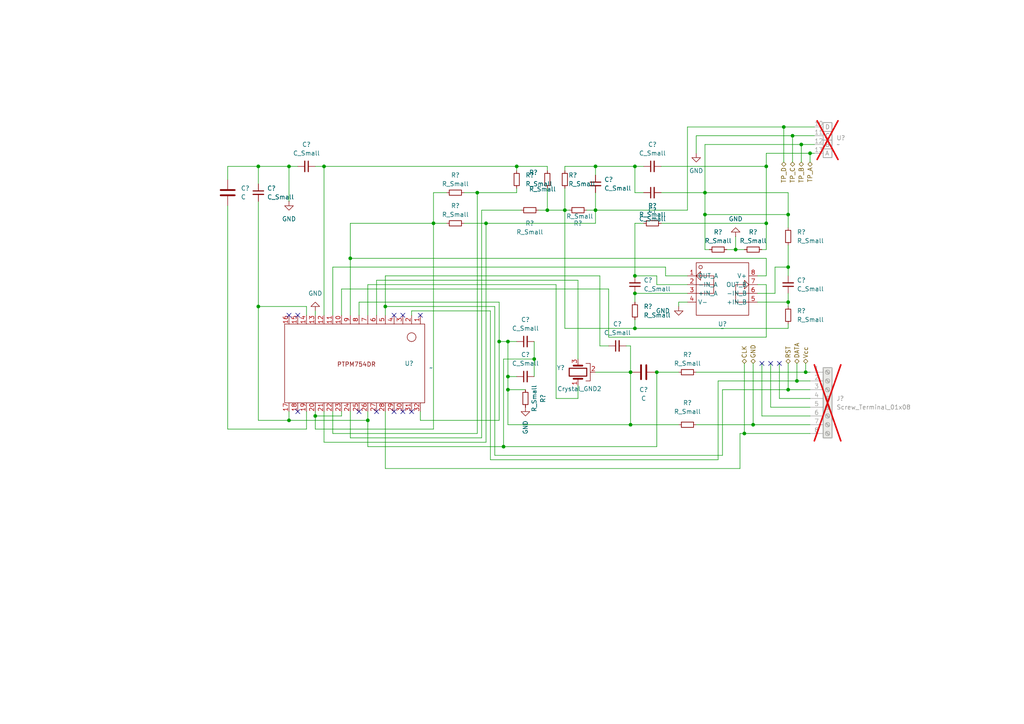
<source format=kicad_sch>
(kicad_sch (version 20250114) (generator "eeschema") (generator_version "9.0")
  (paper "A4")
  (lib_symbols
    (symbol "Connector:Screw_Terminal_01x08" (pin_names (offset 1.016) (hide yes))
      (property "Reference" "J" (at 0 10.16 0))
      (property "Value" "Screw_Terminal_01x08" (at 0 -12.7 0))
      (symbol "Screw_Terminal_01x08_1_1"
        (rectangle (start -1.27 8.89) (end 1.27 -11.43) (stroke (width 0.254)) (fill (type background)))
        (polyline (pts (xy -0.5334 7.9502) (xy 0.3302 7.112)) (stroke (width 0.1524)))
        (polyline (pts (xy -0.5334 5.4102) (xy 0.3302 4.572)) (stroke (width 0.1524)))
        (polyline (pts (xy -0.5334 2.8702) (xy 0.3302 2.032)) (stroke (width 0.1524)))
        (polyline (pts (xy -0.5334 0.3302) (xy 0.3302 -0.508)) (stroke (width 0.1524)))
        (polyline (pts (xy -0.5334 -2.2098) (xy 0.3302 -3.048)) (stroke (width 0.1524)))
        (polyline (pts (xy -0.5334 -4.7498) (xy 0.3302 -5.588)) (stroke (width 0.1524)))
        (polyline (pts (xy -0.5334 -7.2898) (xy 0.3302 -8.128)) (stroke (width 0.1524)))
        (polyline (pts (xy -0.5334 -9.8298) (xy 0.3302 -10.668)) (stroke (width 0.1524)))
        (polyline (pts (xy -0.3556 8.128) (xy 0.508 7.2898)) (stroke (width 0.1524)))
        (polyline (pts (xy -0.3556 5.588) (xy 0.508 4.7498)) (stroke (width 0.1524)))
        (polyline (pts (xy -0.3556 3.048) (xy 0.508 2.2098)) (stroke (width 0.1524)))
        (polyline (pts (xy -0.3556 0.508) (xy 0.508 -0.3302)) (stroke (width 0.1524)))
        (polyline (pts (xy -0.3556 -2.032) (xy 0.508 -2.8702)) (stroke (width 0.1524)))
        (polyline (pts (xy -0.3556 -4.572) (xy 0.508 -5.4102)) (stroke (width 0.1524)))
        (polyline (pts (xy -0.3556 -7.112) (xy 0.508 -7.9502)) (stroke (width 0.1524)))
        (polyline (pts (xy -0.3556 -9.652) (xy 0.508 -10.4902)) (stroke (width 0.1524)))
        (circle (center 0 7.62) (radius 0.635) (stroke (width 0.1524)))
        (circle (center 0 5.08) (radius 0.635) (stroke (width 0.1524)))
        (circle (center 0 2.54) (radius 0.635) (stroke (width 0.1524)))
        (circle (center 0 0) (radius 0.635) (stroke (width 0.1524)))
        (circle (center 0 -2.54) (radius 0.635) (stroke (width 0.1524)))
        (circle (center 0 -5.08) (radius 0.635) (stroke (width 0.1524)))
        (circle (center 0 -7.62) (radius 0.635) (stroke (width 0.1524)))
        (circle (center 0 -10.16) (radius 0.635) (stroke (width 0.1524)))
        (pin passive line (at -5.08 7.62 0) (length 3.81) (name "Pin_1") (number "1"))
        (pin passive line (at -5.08 5.08 0) (length 3.81) (name "Pin_2") (number "2"))
        (pin passive line (at -5.08 2.54 0) (length 3.81) (name "Pin_3") (number "3"))
        (pin passive line (at -5.08 0 0) (length 3.81) (name "Pin_4") (number "4"))
        (pin passive line (at -5.08 -2.54 0) (length 3.81) (name "Pin_5") (number "5"))
        (pin passive line (at -5.08 -5.08 0) (length 3.81) (name "Pin_6") (number "6"))
        (pin passive line (at -5.08 -7.62 0) (length 3.81) (name "Pin_7") (number "7"))
        (pin passive line (at -5.08 -10.16 0) (length 3.81) (name "Pin_8") (number "8"))
      )
    )
    (symbol "Device:C" (pin_numbers (hide yes)) (pin_names (offset 0.254))
      (property "Reference" "C" (at 0.635 2.54 0))
      (property "Value" "C" (at 0.635 -2.54 0))
      (symbol "C_0_1"
        (polyline (pts (xy -2.032 0.762) (xy 2.032 0.762)) (stroke (width 0.508)))
        (polyline (pts (xy -2.032 -0.762) (xy 2.032 -0.762)) (stroke (width 0.508)))
      )
      (symbol "C_1_1"
        (pin passive line (at 0 3.81 270) (length 2.794) (name "~") (number "1"))
        (pin passive line (at 0 -3.81 90) (length 2.794) (name "~") (number "2"))
      )
    )
    (symbol "Device:C_Small" (pin_numbers (hide yes)) (pin_names (offset 0.254) (hide yes))
      (property "Reference" "C" (at 0.254 1.778 0))
      (property "Value" "C_Small" (at 0.254 -2.032 0))
      (symbol "C_Small_0_1"
        (polyline (pts (xy -1.524 0.508) (xy 1.524 0.508)) (stroke (width 0.3048)))
        (polyline (pts (xy -1.524 -0.508) (xy 1.524 -0.508)) (stroke (width 0.3302)))
      )
      (symbol "C_Small_1_1"
        (pin passive line (at 0 2.54 270) (length 2.032) (name "~") (number "1"))
        (pin passive line (at 0 -2.54 90) (length 2.032) (name "~") (number "2"))
      )
    )
    (symbol "Device:Crystal_GND2" (pin_names (offset 1.016) (hide yes))
      (property "Reference" "Y" (at 0 5.715 0))
      (property "Value" "Crystal_GND2" (at 0 3.81 0))
      (symbol "Crystal_GND2_0_1"
        (polyline (pts (xy -2.54 0) (xy -1.905 0)))
        (polyline (pts (xy -2.54 -2.286) (xy -2.54 -3.556) (xy 2.54 -3.556) (xy 2.54 -2.286)))
        (polyline (pts (xy -1.905 -1.27) (xy -1.905 1.27)) (stroke (width 0.508)))
        (rectangle (start -1.143 2.54) (end 1.143 -2.54) (stroke (width 0.3048)))
        (polyline (pts (xy 0 -3.81) (xy 0 -3.556)))
        (polyline (pts (xy 1.905 1.27) (xy 1.905 -1.27)) (stroke (width 0.508)))
        (polyline (pts (xy 1.905 0) (xy 2.54 0)))
      )
      (symbol "Crystal_GND2_1_1"
        (pin passive line (at -3.81 0 0) (length 1.27) (name "1") (number "1"))
        (pin passive line (at 0 -5.08 90) (length 1.27) (name "2") (number "2"))
        (pin passive line (at 3.81 0 180) (length 1.27) (name "3") (number "3"))
      )
    )
    (symbol "Device:R_Small" (pin_numbers (hide yes)) (pin_names (offset 0.254) (hide yes))
      (property "Reference" "R" (at 0.762 0.508 0))
      (property "Value" "R_Small" (at 0.762 -1.016 0))
      (symbol "R_Small_0_1"
        (rectangle (start -0.762 1.778) (end 0.762 -1.778) (stroke (width 0.2032)))
      )
      (symbol "R_Small_1_1"
        (pin passive line (at 0 2.54 270) (length 0.762) (name "~") (number "1"))
        (pin passive line (at 0 -2.54 90) (length 0.762) (name "~") (number "2"))
      )
    )
    (symbol "Trackpoint:Connector"
      (property "Reference" "U" (at -7.112 0 0))
      (symbol "Connector_0_1"
        (rectangle (start -5.08 1.27) (end 5.08 -1.27))
        (rectangle (start -2.54 1.27) (end 0 -1.27))
        (rectangle (start -2.54 -1.27) (end -5.08 1.27))
        (rectangle (start 0 1.27) (end 2.54 -1.27))
        (rectangle (start 2.54 1.27) (end 5.08 -1.27))
      )
      (symbol "Connector_1_1"
        (pin bidirectional line (at -3.81 -3.81 90) (length 2.54) (name "D") (number "10"))
        (pin bidirectional line (at -1.27 -3.81 90) (length 2.54) (name "C") (number "11"))
        (pin bidirectional line (at 1.27 -3.81 90) (length 2.54) (name "B") (number "12"))
        (pin bidirectional line (at 3.81 -3.81 90) (length 2.54) (name "A") (number "13"))
      )
    )
    (symbol "Trackpoint:LMC6032"
      (property "Reference" "U" (at 0 -1.524 0))
      (symbol "LMC6032_0_1"
        (rectangle (start -7.62 11.43) (end 7.62 -3.81))
        (polyline (pts (xy -7.62 5.08) (xy -3.81 5.08) (xy -2.54 5.08) (xy -2.54 7.62) (xy -7.62 7.62) (xy -6.35 8.89) (xy -6.35 6.35) (xy -7.62 7.62)))
        (polyline (pts (xy -7.62 2.54) (xy -2.54 2.54) (xy -2.54 5.08)))
        (circle (center -6.35 10.16) (radius 0.5))
        (polyline (pts (xy 7.62 5.08) (xy 6.35 6.35) (xy 6.35 3.81) (xy 7.62 5.08)))
        (polyline (pts (xy 7.62 2.54) (xy 3.81 2.54) (xy 3.81 5.08) (xy 6.35 5.08)))
        (polyline (pts (xy 7.62 0) (xy 3.81 0) (xy 3.81 2.54)))
      )
      (symbol "LMC6032_1_1"
        (pin output line (at -10.16 7.62 0) (length 2.54) (name "OUT_A") (number "1"))
        (pin input line (at -10.16 5.08 0) (length 2.54) (name "-IN_A") (number "2"))
        (pin input line (at -10.16 2.54 0) (length 2.54) (name "+IN_A") (number "3"))
        (pin power_in line (at -10.16 0 0) (length 2.54) (name "V-") (number "4"))
        (pin power_in line (at 10.16 7.62 180) (length 2.54) (name "V+") (number "8"))
        (pin output line (at 10.16 5.08 180) (length 2.54) (name "OUT_B") (number "7"))
        (pin input line (at 10.16 2.54 180) (length 2.54) (name "-IN_B") (number "6"))
        (pin input line (at 10.16 0 180) (length 2.54) (name "+IN_B") (number "5"))
      )
    )
    (symbol "Trackpoint:PTPM754DR"
      (property "Reference" "U" (at 0 -2.286 0))
      (symbol "PTPM754DR_0_1"
        (rectangle (start -20.32 11.43) (end 20.32 -11.43))
        (arc (start 15.24 7.62) (mid 15.612 8.518) (end 16.51 8.89))
        (arc (start 16.51 8.89) (mid 17.408 8.518) (end 17.78 7.62))
        (arc (start 16.51 6.35) (mid 15.612 6.722) (end 15.24 7.62))
        (arc (start 17.78 7.62) (mid 17.408 6.722) (end 16.51 6.35))
      )
      (symbol "PTPM754DR_1_1"
        (text "PTPM754DR" (at 0.508 -0.254 0) (effects (font (size 1.27 1.27))))
        (pin bidirectional line (at -19.05 13.97 270) (length 2.54) (name "") (number "16"))
        (pin bidirectional line (at -19.05 -13.97 90) (length 2.54) (name "") (number "17"))
        (pin bidirectional line (at -16.51 13.97 270) (length 2.54) (name "") (number "15"))
        (pin bidirectional line (at -16.51 -13.97 90) (length 2.54) (name "") (number "18"))
        (pin bidirectional line (at -13.97 13.97 270) (length 2.54) (name "") (number "14"))
        (pin bidirectional line (at -13.97 -13.97 90) (length 2.54) (name "") (number "19"))
        (pin bidirectional line (at -11.43 13.97 270) (length 2.54) (name "") (number "13"))
        (pin bidirectional line (at -11.43 -13.97 90) (length 2.54) (name "") (number "20"))
        (pin bidirectional line (at -8.89 13.97 270) (length 2.54) (name "") (number "12"))
        (pin bidirectional line (at -8.89 -13.97 90) (length 2.54) (name "") (number "21"))
        (pin bidirectional line (at -6.35 13.97 270) (length 2.54) (name "") (number "11"))
        (pin bidirectional line (at -6.35 -13.97 90) (length 2.54) (name "") (number "22"))
        (pin bidirectional line (at -3.81 13.97 270) (length 2.54) (name "") (number "10"))
        (pin bidirectional line (at -3.81 -13.97 90) (length 2.54) (name "") (number "23"))
        (pin bidirectional line (at -1.27 13.97 270) (length 2.54) (name "") (number "9"))
        (pin bidirectional line (at -1.27 -13.97 90) (length 2.54) (name "") (number "24"))
        (pin bidirectional line (at 1.27 13.97 270) (length 2.54) (name "") (number "8"))
        (pin bidirectional line (at 1.27 -13.97 90) (length 2.54) (name "") (number "25"))
        (pin bidirectional line (at 3.81 13.97 270) (length 2.54) (name "") (number "7"))
        (pin bidirectional line (at 3.81 -13.97 90) (length 2.54) (name "") (number "26"))
        (pin bidirectional line (at 6.35 13.97 270) (length 2.54) (name "") (number "6"))
        (pin bidirectional line (at 6.35 -13.97 90) (length 2.54) (name "") (number "27"))
        (pin bidirectional line (at 8.89 13.97 270) (length 2.54) (name "") (number "5"))
        (pin bidirectional line (at 8.89 -13.97 90) (length 2.54) (name "") (number "28"))
        (pin bidirectional line (at 11.43 13.97 270) (length 2.54) (name "") (number "4"))
        (pin bidirectional line (at 11.43 -13.97 90) (length 2.54) (name "") (number "29"))
        (pin bidirectional line (at 13.97 13.97 270) (length 2.54) (name "") (number "3"))
        (pin bidirectional line (at 13.97 -13.97 90) (length 2.54) (name "") (number "30"))
        (pin bidirectional line (at 16.51 13.97 270) (length 2.54) (name "") (number "2"))
        (pin bidirectional line (at 16.51 -13.97 90) (length 2.54) (name "") (number "31"))
        (pin bidirectional line (at 19.05 13.97 270) (length 2.54) (name "") (number "1"))
        (pin bidirectional line (at 19.05 -13.97 90) (length 2.54) (name "") (number "32"))
      )
    )
    (symbol "power:GND" (power) (pin_numbers (hide yes)) (pin_names (offset 0) (hide yes))
      (property "Value" "GND" (at 0 -3.81 0))
      (symbol "GND_0_1"
        (polyline (pts (xy 0 0) (xy 0 -1.27) (xy 1.27 -1.27) (xy 0 -2.54) (xy -1.27 -1.27) (xy 0 -1.27)))
      )
      (symbol "GND_1_1"
        (pin power_in line (at 0 0 270) (length 0) (name "~") (number "1"))
      )
    )
  )
  (junction (at 222.25 48.26))
  (junction (at 149.86 48.26))
  (junction (at 83.82 121.92))
  (junction (at 228.6 62.23))
  (junction (at 83.82 48.26))
  (junction (at 144.78 99.06))
  (junction (at 158.75 60.96))
  (junction (at 111.76 88.9))
  (junction (at 184.15 80.01))
  (junction (at 93.98 48.26))
  (junction (at 140.97 64.77))
  (junction (at 147.32 99.06))
  (junction (at 101.6 74.93))
  (junction (at 182.88 107.95))
  (junction (at 184.15 48.26))
  (junction (at 74.93 48.26))
  (junction (at 154.94 104.14))
  (junction (at 163.83 60.96))
  (junction (at 147.32 113.03))
  (junction (at 184.15 85.09))
  (junction (at 190.5 107.95))
  (junction (at 74.93 88.9))
  (junction (at 233.68 107.95))
  (junction (at 204.47 62.23))
  (junction (at 125.73 64.77))
  (junction (at 91.44 120.65))
  (junction (at 228.6 77.47))
  (junction (at 184.15 95.25))
  (junction (at 172.72 60.96))
  (junction (at 172.72 48.26))
  (junction (at 106.68 121.92))
  (junction (at 229.87 39.37))
  (junction (at 228.6 113.03))
  (junction (at 182.88 123.19))
  (junction (at 228.6 87.63))
  (junction (at 222.25 64.77))
  (junction (at 234.95 44.45))
  (junction (at 213.36 72.39))
  (junction (at 215.9 125.73))
  (junction (at 147.32 109.22))
  (junction (at 232.41 41.91))
  (junction (at 146.05 129.54))
  (junction (at 218.44 123.19))
  (junction (at 138.43 55.88))
  (junction (at 204.47 55.88))
  (junction (at 231.14 110.49))
  (junction (at 227.33 36.83))
  (no_connect (at 119.38 119.38))
  (no_connect (at 109.22 119.38))
  (no_connect (at 116.84 91.44))
  (no_connect (at 220.98 105.41))
  (no_connect (at 116.84 119.38))
  (no_connect (at 121.92 91.44))
  (no_connect (at 86.36 119.38))
  (no_connect (at 83.82 91.44))
  (no_connect (at 223.52 105.41))
  (no_connect (at 104.14 119.38))
  (no_connect (at 226.06 105.41))
  (no_connect (at 114.3 119.38))
  (no_connect (at 114.3 91.44))
  (no_connect (at 86.36 91.44))
  (wire (pts (xy 149.86 99.06) (xy 147.32 99.06)))
  (wire (pts (xy 146.05 129.54) (xy 146.05 104.14)))
  (wire (pts (xy 172.72 55.88) (xy 172.72 60.96)))
  (wire (pts (xy 101.6 127) (xy 139.7 127)))
  (wire (pts (xy 172.72 107.95) (xy 182.88 107.95)))
  (wire (pts (xy 201.93 123.19) (xy 218.44 123.19)))
  (wire (pts (xy 129.54 64.77) (xy 125.73 64.77)))
  (wire (pts (xy 147.32 113.03) (xy 147.32 123.19)))
  (wire (pts (xy 229.87 39.37) (xy 236.22 39.37)))
  (wire (pts (xy 147.32 123.19) (xy 182.88 123.19)))
  (wire (pts (xy 66.04 48.26) (xy 66.04 52.07)))
  (wire (pts (xy 182.88 107.95) (xy 182.88 123.19)))
  (wire (pts (xy 143.51 88.9) (xy 143.51 132.08)))
  (wire (pts (xy 199.39 36.83) (xy 227.33 36.83)))
  (wire (pts (xy 228.6 55.88) (xy 228.6 62.23)))
  (wire (pts (xy 154.94 99.06) (xy 154.94 104.14)))
  (wire (pts (xy 220.98 105.41) (xy 220.98 120.65)))
  (wire (pts (xy 93.98 119.38) (xy 93.98 128.27)))
  (wire (pts (xy 104.14 91.44) (xy 104.14 87.63)))
  (wire (pts (xy 146.05 104.14) (xy 154.94 104.14)))
  (wire (pts (xy 165.1 60.96) (xy 163.83 60.96)))
  (wire (pts (xy 215.9 125.73) (xy 234.95 125.73)))
  (wire (pts (xy 199.39 36.83) (xy 199.39 60.96)))
  (wire (pts (xy 222.25 80.01) (xy 219.71 80.01)))
  (wire (pts (xy 149.86 55.88) (xy 149.86 54.61)))
  (wire (pts (xy 226.06 105.41) (xy 226.06 115.57)))
  (wire (pts (xy 152.4 113.03) (xy 147.32 113.03)))
  (wire (pts (xy 167.64 115.57) (xy 167.64 111.76)))
  (wire (pts (xy 140.97 64.77) (xy 140.97 128.27)))
  (wire (pts (xy 204.47 72.39) (xy 205.74 72.39)))
  (wire (pts (xy 104.14 87.63) (xy 144.78 87.63)))
  (wire (pts (xy 147.32 109.22) (xy 147.32 113.03)))
  (wire (pts (xy 184.15 87.63) (xy 184.15 85.09)))
  (wire (pts (xy 158.75 49.53) (xy 158.75 48.26)))
  (wire (pts (xy 201.93 39.37) (xy 229.87 39.37)))
  (wire (pts (xy 228.6 88.9) (xy 228.6 87.63)))
  (wire (pts (xy 234.95 115.57) (xy 226.06 115.57)))
  (wire (pts (xy 101.6 91.44) (xy 101.6 74.93)))
  (wire (pts (xy 74.93 48.26) (xy 83.82 48.26)))
  (wire (pts (xy 167.64 81.28) (xy 109.22 81.28)))
  (wire (pts (xy 218.44 123.19) (xy 234.95 123.19)))
  (wire (pts (xy 184.15 92.71) (xy 184.15 95.25)))
  (wire (pts (xy 144.78 99.06) (xy 144.78 121.92)))
  (wire (pts (xy 158.75 48.26) (xy 149.86 48.26)))
  (wire (pts (xy 163.83 48.26) (xy 172.72 48.26)))
  (wire (pts (xy 220.98 120.65) (xy 234.95 120.65)))
  (wire (pts (xy 147.32 99.06) (xy 147.32 109.22)))
  (wire (pts (xy 99.06 120.65) (xy 99.06 119.38)))
  (wire (pts (xy 184.15 55.88) (xy 184.15 48.26)))
  (wire (pts (xy 204.47 72.39) (xy 204.47 62.23)))
  (wire (pts (xy 172.72 60.96) (xy 170.18 60.96)))
  (wire (pts (xy 101.6 74.93) (xy 222.25 74.93)))
  (wire (pts (xy 204.47 41.91) (xy 232.41 41.91)))
  (wire (pts (xy 228.6 95.25) (xy 228.6 93.98)))
  (wire (pts (xy 222.25 97.79) (xy 222.25 82.55)))
  (wire (pts (xy 193.04 80.01) (xy 199.39 80.01)))
  (wire (pts (xy 96.52 77.47) (xy 193.04 77.47)))
  (wire (pts (xy 88.9 119.38) (xy 88.9 124.46)))
  (wire (pts (xy 232.41 41.91) (xy 236.22 41.91)))
  (wire (pts (xy 190.5 82.55) (xy 199.39 82.55)))
  (wire (pts (xy 125.73 64.77) (xy 125.73 124.46)))
  (wire (pts (xy 209.55 113.03) (xy 228.6 113.03)))
  (wire (pts (xy 214.63 125.73) (xy 215.9 125.73)))
  (wire (pts (xy 204.47 62.23) (xy 204.47 55.88)))
  (wire (pts (xy 88.9 124.46) (xy 66.04 124.46)))
  (wire (pts (xy 91.44 124.46) (xy 125.73 124.46)))
  (wire (pts (xy 93.98 48.26) (xy 93.98 91.44)))
  (wire (pts (xy 158.75 54.61) (xy 158.75 60.96)))
  (wire (pts (xy 134.62 64.77) (xy 140.97 64.77)))
  (wire (pts (xy 234.95 107.95) (xy 233.68 107.95)))
  (wire (pts (xy 74.93 58.42) (xy 74.93 88.9)))
  (wire (pts (xy 232.41 41.91) (xy 232.41 46.99)))
  (wire (pts (xy 167.64 81.28) (xy 167.64 104.14)))
  (wire (pts (xy 111.76 80.01) (xy 111.76 88.9)))
  (wire (pts (xy 234.95 44.45) (xy 236.22 44.45)))
  (wire (pts (xy 129.54 55.88) (xy 125.73 55.88)))
  (wire (pts (xy 88.9 88.9) (xy 88.9 91.44)))
  (wire (pts (xy 172.72 48.26) (xy 184.15 48.26)))
  (wire (pts (xy 172.72 60.96) (xy 199.39 60.96)))
  (wire (pts (xy 196.85 87.63) (xy 199.39 87.63)))
  (wire (pts (xy 229.87 39.37) (xy 229.87 46.99)))
  (wire (pts (xy 173.99 80.01) (xy 111.76 80.01)))
  (wire (pts (xy 204.47 62.23) (xy 228.6 62.23)))
  (wire (pts (xy 91.44 120.65) (xy 91.44 124.46)))
  (wire (pts (xy 173.99 100.33) (xy 173.99 80.01)))
  (wire (pts (xy 224.79 77.47) (xy 228.6 77.47)))
  (wire (pts (xy 213.36 72.39) (xy 215.9 72.39)))
  (wire (pts (xy 146.05 129.54) (xy 190.5 129.54)))
  (wire (pts (xy 233.68 105.41) (xy 233.68 107.95)))
  (wire (pts (xy 106.68 119.38) (xy 106.68 121.92)))
  (wire (pts (xy 121.92 121.92) (xy 144.78 121.92)))
  (wire (pts (xy 234.95 44.45) (xy 234.95 46.99)))
  (wire (pts (xy 176.53 100.33) (xy 173.99 100.33)))
  (wire (pts (xy 196.85 88.9) (xy 196.85 87.63)))
  (wire (pts (xy 222.25 64.77) (xy 222.25 72.39)))
  (wire (pts (xy 182.88 107.95) (xy 182.88 100.33)))
  (wire (pts (xy 222.25 74.93) (xy 222.25 80.01)))
  (wire (pts (xy 106.68 82.55) (xy 106.68 91.44)))
  (wire (pts (xy 91.44 48.26) (xy 93.98 48.26)))
  (wire (pts (xy 172.72 48.26) (xy 172.72 50.8)))
  (wire (pts (xy 184.15 85.09) (xy 199.39 85.09)))
  (wire (pts (xy 227.33 36.83) (xy 236.22 36.83)))
  (wire (pts (xy 96.52 91.44) (xy 96.52 77.47)))
  (wire (pts (xy 176.53 83.82) (xy 176.53 97.79)))
  (wire (pts (xy 191.77 64.77) (xy 222.25 64.77)))
  (wire (pts (xy 184.15 80.01) (xy 190.5 80.01)))
  (wire (pts (xy 93.98 128.27) (xy 140.97 128.27)))
  (wire (pts (xy 138.43 55.88) (xy 138.43 125.73)))
  (wire (pts (xy 172.72 60.96) (xy 172.72 64.77)))
  (wire (pts (xy 190.5 107.95) (xy 196.85 107.95)))
  (wire (pts (xy 163.83 48.26) (xy 163.83 49.53)))
  (wire (pts (xy 181.61 100.33) (xy 182.88 100.33)))
  (wire (pts (xy 219.71 87.63) (xy 228.6 87.63)))
  (wire (pts (xy 161.29 82.55) (xy 161.29 115.57)))
  (wire (pts (xy 109.22 81.28) (xy 109.22 91.44)))
  (wire (pts (xy 228.6 85.09) (xy 228.6 87.63)))
  (wire (pts (xy 96.52 119.38) (xy 96.52 125.73)))
  (wire (pts (xy 83.82 48.26) (xy 86.36 48.26)))
  (wire (pts (xy 186.69 48.26) (xy 184.15 48.26)))
  (wire (pts (xy 111.76 135.89) (xy 214.63 135.89)))
  (wire (pts (xy 223.52 105.41) (xy 223.52 118.11)))
  (wire (pts (xy 224.79 85.09) (xy 224.79 77.47)))
  (wire (pts (xy 193.04 77.47) (xy 193.04 80.01)))
  (wire (pts (xy 140.97 64.77) (xy 172.72 64.77)))
  (wire (pts (xy 218.44 105.41) (xy 218.44 123.19)))
  (wire (pts (xy 176.53 97.79) (xy 222.25 97.79)))
  (wire (pts (xy 74.93 48.26) (xy 74.93 53.34)))
  (wire (pts (xy 74.93 88.9) (xy 74.93 121.92)))
  (wire (pts (xy 106.68 121.92) (xy 106.68 129.54)))
  (wire (pts (xy 144.78 87.63) (xy 144.78 99.06)))
  (wire (pts (xy 83.82 121.92) (xy 106.68 121.92)))
  (wire (pts (xy 222.25 82.55) (xy 219.71 82.55)))
  (wire (pts (xy 233.68 107.95) (xy 201.93 107.95)))
  (wire (pts (xy 74.93 121.92) (xy 83.82 121.92)))
  (wire (pts (xy 222.25 72.39) (xy 220.98 72.39)))
  (wire (pts (xy 121.92 121.92) (xy 121.92 119.38)))
  (wire (pts (xy 214.63 135.89) (xy 214.63 125.73)))
  (wire (pts (xy 111.76 119.38) (xy 111.76 135.89)))
  (wire (pts (xy 144.78 99.06) (xy 147.32 99.06)))
  (wire (pts (xy 190.5 80.01) (xy 190.5 82.55)))
  (wire (pts (xy 154.94 104.14) (xy 154.94 109.22)))
  (wire (pts (xy 91.44 119.38) (xy 91.44 120.65)))
  (wire (pts (xy 111.76 88.9) (xy 143.51 88.9)))
  (wire (pts (xy 184.15 95.25) (xy 228.6 95.25)))
  (wire (pts (xy 209.55 132.08) (xy 209.55 113.03)))
  (wire (pts (xy 99.06 83.82) (xy 176.53 83.82)))
  (wire (pts (xy 161.29 115.57) (xy 167.64 115.57)))
  (wire (pts (xy 119.38 90.17) (xy 142.24 90.17)))
  (wire (pts (xy 231.14 110.49) (xy 234.95 110.49)))
  (wire (pts (xy 219.71 85.09) (xy 224.79 85.09)))
  (wire (pts (xy 163.83 54.61) (xy 163.83 60.96)))
  (wire (pts (xy 228.6 71.12) (xy 228.6 77.47)))
  (wire (pts (xy 149.86 109.22) (xy 147.32 109.22)))
  (wire (pts (xy 139.7 127) (xy 139.7 60.96)))
  (wire (pts (xy 201.93 44.45) (xy 201.93 39.37)))
  (wire (pts (xy 228.6 105.41) (xy 228.6 113.03)))
  (wire (pts (xy 191.77 48.26) (xy 222.25 48.26)))
  (wire (pts (xy 182.88 123.19) (xy 196.85 123.19)))
  (wire (pts (xy 156.21 60.96) (xy 158.75 60.96)))
  (wire (pts (xy 66.04 59.69) (xy 66.04 124.46)))
  (wire (pts (xy 213.36 68.58) (xy 213.36 72.39)))
  (wire (pts (xy 83.82 58.42) (xy 83.82 48.26)))
  (wire (pts (xy 222.25 48.26) (xy 222.25 44.45)))
  (wire (pts (xy 125.73 55.88) (xy 125.73 64.77)))
  (wire (pts (xy 208.28 110.49) (xy 231.14 110.49)))
  (wire (pts (xy 208.28 133.35) (xy 208.28 110.49)))
  (wire (pts (xy 228.6 113.03) (xy 234.95 113.03)))
  (wire (pts (xy 204.47 41.91) (xy 204.47 55.88)))
  (wire (pts (xy 91.44 120.65) (xy 99.06 120.65)))
  (wire (pts (xy 228.6 55.88) (xy 204.47 55.88)))
  (wire (pts (xy 227.33 36.83) (xy 227.33 46.99)))
  (wire (pts (xy 191.77 55.88) (xy 204.47 55.88)))
  (wire (pts (xy 99.06 91.44) (xy 99.06 83.82)))
  (wire (pts (xy 184.15 64.77) (xy 184.15 80.01)))
  (wire (pts (xy 101.6 64.77) (xy 101.6 74.93)))
  (wire (pts (xy 158.75 60.96) (xy 163.83 60.96)))
  (wire (pts (xy 186.69 64.77) (xy 184.15 64.77)))
  (wire (pts (xy 163.83 95.25) (xy 184.15 95.25)))
  (wire (pts (xy 223.52 118.11) (xy 234.95 118.11)))
  (wire (pts (xy 106.68 129.54) (xy 146.05 129.54)))
  (wire (pts (xy 119.38 91.44) (xy 119.38 90.17)))
  (wire (pts (xy 142.24 133.35) (xy 208.28 133.35)))
  (wire (pts (xy 143.51 132.08) (xy 209.55 132.08)))
  (wire (pts (xy 210.82 72.39) (xy 213.36 72.39)))
  (wire (pts (xy 222.25 48.26) (xy 222.25 64.77)))
  (wire (pts (xy 149.86 49.53) (xy 149.86 48.26)))
  (wire (pts (xy 74.93 88.9) (xy 88.9 88.9)))
  (wire (pts (xy 186.69 55.88) (xy 184.15 55.88)))
  (wire (pts (xy 101.6 119.38) (xy 101.6 127)))
  (wire (pts (xy 96.52 125.73) (xy 138.43 125.73)))
  (wire (pts (xy 190.5 107.95) (xy 190.5 129.54)))
  (wire (pts (xy 139.7 60.96) (xy 151.13 60.96)))
  (wire (pts (xy 163.83 60.96) (xy 163.83 95.25)))
  (wire (pts (xy 231.14 105.41) (xy 231.14 110.49)))
  (wire (pts (xy 93.98 48.26) (xy 149.86 48.26)))
  (wire (pts (xy 215.9 105.41) (xy 215.9 125.73)))
  (wire (pts (xy 161.29 82.55) (xy 106.68 82.55)))
  (wire (pts (xy 134.62 55.88) (xy 138.43 55.88)))
  (wire (pts (xy 83.82 119.38) (xy 83.82 121.92)))
  (wire (pts (xy 66.04 48.26) (xy 74.93 48.26)))
  (wire (pts (xy 142.24 90.17) (xy 142.24 133.35)))
  (wire (pts (xy 91.44 90.17) (xy 91.44 91.44)))
  (wire (pts (xy 111.76 91.44) (xy 111.76 88.9)))
  (wire (pts (xy 125.73 64.77) (xy 101.6 64.77)))
  (wire (pts (xy 222.25 44.45) (xy 234.95 44.45)))
  (wire (pts (xy 138.43 55.88) (xy 149.86 55.88)))
  (wire (pts (xy 228.6 80.01) (xy 228.6 77.47)))
  (wire (pts (xy 228.6 66.04) (xy 228.6 62.23)))
  (hierarchical_label "RST" (shape bidirectional) (at 228.6 105.41 90))
  (hierarchical_label "GND" (shape bidirectional) (at 218.44 105.41 90))
  (hierarchical_label "TP_D" (shape bidirectional) (at 227.33 46.99 270))
  (hierarchical_label "CLK" (shape bidirectional) (at 215.9 105.41 90))
  (hierarchical_label "Vcc" (shape bidirectional) (at 233.68 105.41 90))
  (hierarchical_label "TP_A" (shape bidirectional) (at 234.95 46.99 270))
  (hierarchical_label "DATA" (shape bidirectional) (at 231.14 105.41 90))
  (hierarchical_label "TP_C" (shape bidirectional) (at 229.87 46.99 270))
  (hierarchical_label "TP_B" (shape bidirectional) (at 232.41 46.99 270))
  (symbol (lib_id "Device:R_Small") (at 189.23 64.77 270) (unit 1)
    (property "Reference" "R?" (at 189.23 59.69 90))
    (property "Value" "R_Small" (at 189.23 62.23 90))
    (property "Footprint" "Resistor_SMD:R_0402_1005Metric" (effects (hide yes)))
    (property "Description" "Resistor, small symbol" (effects (hide yes)))
  )
  (symbol (lib_id "Device:R_Small") (at 149.86 52.07 180) (unit 1)
    (property "Reference" "R?" (at 152.4 50.7999 0) (effects (justify right)))
    (property "Value" "R_Small" (at 152.4 53.3399 0) (effects (justify right)))
    (property "Footprint" "Resistor_SMD:R_0402_1005Metric" (effects (hide yes)))
    (property "Description" "Resistor, small symbol" (effects (hide yes)))
  )
  (symbol (lib_id "Device:C_Small") (at 88.9 48.26 270) (unit 1)
    (property "Reference" "C?" (at 88.8936 41.91 90))
    (property "Value" "C_Small" (at 88.8936 44.45 90))
    (property "Footprint" "Capacitor_SMD:C_0603_1608Metric" (effects (hide yes)))
    (property "Description" "Unpolarized capacitor, small symbol" (effects (hide yes)))
  )
  (symbol (lib_id "Device:R_Small") (at 218.44 72.39 270) (unit 1)
    (property "Reference" "R?" (at 218.44 67.31 90))
    (property "Value" "R_Small" (at 218.44 69.85 90))
    (property "Footprint" "Resistor_SMD:R_0603_1608Metric" (effects (hide yes)))
    (property "Description" "Resistor, small symbol" (effects (hide yes)))
  )
  (symbol (lib_id "Device:R_Small") (at 158.75 52.07 180) (unit 1)
    (property "Reference" "R?" (at 153.416 50.038 0) (effects (justify right)))
    (property "Value" "R_Small" (at 153.416 54.864 0) (effects (justify right)))
    (property "Footprint" "Resistor_SMD:R_0402_1005Metric" (effects (hide yes)))
    (property "Description" "Resistor, small symbol" (effects (hide yes)))
  )
  (symbol (lib_id "Device:C_Small") (at 189.23 48.26 90) (unit 1)
    (property "Reference" "C?" (at 189.2363 41.91 90))
    (property "Value" "C_Small" (at 189.2363 44.45 90))
    (property "Footprint" "Capacitor_SMD:C_0402_1005Metric" (effects (hide yes)))
    (property "Description" "Unpolarized capacitor, small symbol" (effects (hide yes)))
  )
  (symbol (lib_id "Trackpoint:PTPM754DR") (at 102.87 105.41 0) (unit 1)
    (property "Reference" "U?" (at 117.348 105.41 0) (effects (justify left)))
    (property "Value" "~" (at 124.46 106.68 0) (effects (justify left)))
    (property "Footprint" "Trackpoint:SSOP-32_6.1x11mm_P0.65mm" (effects (hide yes)))
  )
  (symbol (lib_id "Device:R_Small") (at 132.08 64.77 90) (unit 1)
    (property "Reference" "R?" (at 132.08 59.69 90))
    (property "Value" "R_Small" (at 132.08 62.23 90))
    (property "Footprint" "Resistor_SMD:R_0402_1005Metric" (effects (hide yes)))
    (property "Description" "Resistor, small symbol" (effects (hide yes)))
  )
  (symbol (lib_id "power:GND") (at 196.85 88.9 0) (unit 1)
    (property "Reference" "#PWR?" (effects (hide yes)))
    (property "Value" "GND" (at 194.31 90.1699 0) (effects (justify right)))
    (property "Description" "Power symbol creates a global label with name \"GND\" , ground" (effects (hide yes)))
  )
  (symbol (lib_id "Device:R_Small") (at 199.39 123.19 270) (unit 1)
    (property "Reference" "R?" (at 199.39 116.84 90))
    (property "Value" "R_Small" (at 199.39 119.38 90))
    (property "Footprint" "Resistor_SMD:R_0402_1005Metric" (effects (hide yes)))
    (property "Description" "Resistor, small symbol" (effects (hide yes)))
  )
  (symbol (lib_id "Device:R_Small") (at 153.67 60.96 270) (unit 1)
    (property "Reference" "R?" (at 153.67 64.77 90))
    (property "Value" "R_Small" (at 153.67 67.31 90))
    (property "Footprint" "Resistor_SMD:R_0402_1005Metric" (effects (hide yes)))
    (property "Description" "Resistor, small symbol" (effects (hide yes)))
  )
  (symbol (lib_id "Device:C_Small") (at 172.72 53.34 0) (unit 1)
    (property "Reference" "C?" (at 175.26 52.0762 0) (effects (justify left)))
    (property "Value" "C_Small" (at 175.26 54.6162 0) (effects (justify left)))
    (property "Footprint" "Capacitor_SMD:C_0402_1005Metric" (effects (hide yes)))
    (property "Description" "Unpolarized capacitor, small symbol" (effects (hide yes)))
  )
  (symbol (lib_id "Connector:Screw_Terminal_01x08") (at 240.03 115.57 0) (unit 1) (dnp yes)
    (property "Reference" "J?" (at 242.57 115.5699 0) (effects (justify left)))
    (property "Value" "Screw_Terminal_01x08" (at 242.57 118.1099 0) (effects (justify left)))
    (property "Footprint" "Trackpoint:FPC_Connector" (effects (hide yes)))
    (property "Description" "Generic screw terminal, single row, 01x08, script generated (kicad-library-utils/schlib/autogen/connector/)" (effects (hide yes)))
  )
  (symbol (lib_id "power:GND") (at 83.82 58.42 0) (unit 1)
    (property "Reference" "#PWR?" (effects (hide yes)))
    (property "Value" "GND" (at 83.82 63.5 0))
    (property "Description" "Power symbol creates a global label with name \"GND\" , ground" (effects (hide yes)))
  )
  (symbol (lib_id "Device:R_Small") (at 163.83 52.07 180) (unit 1)
    (property "Reference" "R?" (at 164.846 50.8 0) (effects (justify right)))
    (property "Value" "R_Small" (at 164.846 53.34 0) (effects (justify right)))
    (property "Footprint" "Resistor_SMD:R_0402_1005Metric" (effects (hide yes)))
    (property "Description" "Resistor, small symbol" (effects (hide yes)))
  )
  (symbol (lib_id "Device:C_Small") (at 228.6 82.55 180) (unit 1)
    (property "Reference" "C?" (at 231.14 81.2735 0) (effects (justify right)))
    (property "Value" "C_Small" (at 231.14 83.8135 0) (effects (justify right)))
    (property "Footprint" "Capacitor_SMD:C_0402_1005Metric" (effects (hide yes)))
    (property "Description" "Unpolarized capacitor, small symbol" (effects (hide yes)))
  )
  (symbol (lib_id "power:GND") (at 213.36 68.58 180) (unit 1)
    (property "Reference" "#PWR?" (effects (hide yes)))
    (property "Value" "GND" (at 213.36 63.5 0))
    (property "Description" "Power symbol creates a global label with name \"GND\" , ground" (effects (hide yes)))
  )
  (symbol (lib_id "Device:R_Small") (at 167.64 60.96 270) (unit 1)
    (property "Reference" "R?" (at 167.64 64.77 90))
    (property "Value" "R_Small" (at 168.148 62.738 90))
    (property "Footprint" "Resistor_SMD:R_0402_1005Metric" (effects (hide yes)))
    (property "Description" "Resistor, small symbol" (effects (hide yes)))
  )
  (symbol (lib_id "Device:R_Small") (at 152.4 115.57 180) (unit 1)
    (property "Reference" "R?" (at 157.48 115.57 90))
    (property "Value" "R_Small" (at 154.94 115.57 90))
    (property "Footprint" "Resistor_SMD:R_0402_1005Metric" (effects (hide yes)))
    (property "Description" "Resistor, small symbol" (effects (hide yes)))
  )
  (symbol (lib_id "Device:C") (at 186.69 107.95 90) (unit 1)
    (property "Reference" "C?" (at 186.69 113.03 90))
    (property "Value" "C" (at 186.69 115.57 90))
    (property "Footprint" "Capacitor_SMD:C_0805_2012Metric" (effects (hide yes)))
    (property "Description" "Unpolarized capacitor" (effects (hide yes)))
  )
  (symbol (lib_id "Device:Crystal_GND2") (at 167.64 107.95 90) (unit 1)
    (property "Reference" "Y?" (at 163.83 106.6799 90) (effects (justify left)))
    (property "Value" "Crystal_GND2" (at 174.498 112.776 90) (effects (justify left)))
    (property "Footprint" "Trackpoint:Crystal_SMD 3pin" (effects (hide yes)))
    (property "Description" "Three pin crystal, GND on pin 2" (effects (hide yes)))
  )
  (symbol (lib_id "Device:C_Small") (at 179.07 100.33 90) (mirror x) (unit 1)
    (property "Reference" "C?" (at 179.0764 93.98 90))
    (property "Value" "C_Small" (at 179.0764 96.52 90))
    (property "Footprint" "Capacitor_SMD:C_0402_1005Metric" (effects (hide yes)))
    (property "Description" "Unpolarized capacitor, small symbol" (effects (hide yes)))
  )
  (symbol (lib_id "power:GND") (at 152.4 118.11 0) (unit 1)
    (property "Reference" "#PWR?" (effects (hide yes)))
    (property "Value" "GND" (at 152.4001 121.92 90) (effects (justify right)))
    (property "Description" "Power symbol creates a global label with name \"GND\" , ground" (effects (hide yes)))
  )
  (symbol (lib_id "Trackpoint:LMC6032") (at 209.55 87.63 0) (unit 1)
    (property "Reference" "U?" (at 209.55 93.98 0))
    (property "Value" "~" (at 209.55 95.25 0))
    (property "Footprint" "Package_SO:MSOP-8_3x3mm_P0.65mm" (effects (hide yes)))
  )
  (symbol (lib_id "Device:R_Small") (at 199.39 107.95 270) (unit 1)
    (property "Reference" "R?" (at 199.39 102.87 90))
    (property "Value" "R_Small" (at 199.39 105.41 90))
    (property "Footprint" "Resistor_SMD:R_0402_1005Metric" (effects (hide yes)))
    (property "Description" "Resistor, small symbol" (effects (hide yes)))
  )
  (symbol (lib_id "Device:C") (at 66.04 55.88 180) (unit 1)
    (property "Reference" "C?" (at 69.85 54.6099 0) (effects (justify right)))
    (property "Value" "C" (at 69.85 57.1499 0) (effects (justify right)))
    (property "Footprint" "Capacitor_SMD:C_0805_2012Metric" (effects (hide yes)))
    (property "Description" "Unpolarized capacitor" (effects (hide yes)))
  )
  (symbol (lib_id "Device:C_Small") (at 184.15 82.55 180) (unit 1)
    (property "Reference" "C?" (at 186.69 81.2735 0) (effects (justify right)))
    (property "Value" "C_Small" (at 186.69 83.8135 0) (effects (justify right)))
    (property "Footprint" "Capacitor_SMD:C_0402_1005Metric" (effects (hide yes)))
    (property "Description" "Unpolarized capacitor, small symbol" (effects (hide yes)))
  )
  (symbol (lib_id "power:GND") (at 91.44 90.17 180) (unit 1)
    (property "Reference" "#PWR?" (effects (hide yes)))
    (property "Value" "GND" (at 91.44 85.09 0))
    (property "Description" "Power symbol creates a global label with name \"GND\" , ground" (effects (hide yes)))
  )
  (symbol (lib_id "Device:R_Small") (at 228.6 68.58 0) (unit 1)
    (property "Reference" "R?" (at 231.14 67.3099 0) (effects (justify left)))
    (property "Value" "R_Small" (at 231.14 69.8499 0) (effects (justify left)))
    (property "Footprint" "Resistor_SMD:R_0402_1005Metric" (effects (hide yes)))
    (property "Description" "Resistor, small symbol" (effects (hide yes)))
  )
  (symbol (lib_id "Trackpoint:Connector") (at 240.03 40.64 270) (unit 1) (dnp yes)
    (property "Reference" "U?" (at 242.57 40.0049 90) (effects (justify left)))
    (property "Value" "~" (at 242.57 41.91 90) (effects (justify left)))
    (property "Footprint" "Trackpoint:Trackpointer_4pin" (effects (hide yes)))
  )
  (symbol (lib_id "power:GND") (at 201.93 44.45 0) (unit 1)
    (property "Reference" "#PWR?" (effects (hide yes)))
    (property "Value" "GND" (at 201.93 49.53 0))
    (property "Description" "Power symbol creates a global label with name \"GND\" , ground" (effects (hide yes)))
  )
  (symbol (lib_id "Device:R_Small") (at 208.28 72.39 270) (unit 1)
    (property "Reference" "R?" (at 208.28 67.31 90))
    (property "Value" "R_Small" (at 208.28 69.85 90))
    (property "Footprint" "Resistor_SMD:R_0603_1608Metric" (effects (hide yes)))
    (property "Description" "Resistor, small symbol" (effects (hide yes)))
  )
  (symbol (lib_id "Device:R_Small") (at 228.6 91.44 180) (unit 1)
    (property "Reference" "R?" (at 231.14 90.1699 0) (effects (justify right)))
    (property "Value" "R_Small" (at 231.14 92.7099 0) (effects (justify right)))
    (property "Footprint" "Resistor_SMD:R_0402_1005Metric" (effects (hide yes)))
    (property "Description" "Resistor, small symbol" (effects (hide yes)))
  )
  (symbol (lib_id "Device:C_Small") (at 152.4 99.06 90) (unit 1)
    (property "Reference" "C?" (at 152.4063 92.71 90))
    (property "Value" "C_Small" (at 152.4063 95.25 90))
    (property "Footprint" "Capacitor_SMD:C_0402_1005Metric" (effects (hide yes)))
    (property "Description" "Unpolarized capacitor, small symbol" (effects (hide yes)))
  )
  (symbol (lib_id "Device:C_Small") (at 74.93 55.88 0) (unit 1)
    (property "Reference" "C?" (at 77.47 54.6162 0) (effects (justify left)))
    (property "Value" "C_Small" (at 77.47 57.1562 0) (effects (justify left)))
    (property "Footprint" "Capacitor_SMD:C_0402_1005Metric" (effects (hide yes)))
    (property "Description" "Unpolarized capacitor, small symbol" (effects (hide yes)))
  )
  (symbol (lib_id "Device:C_Small") (at 152.4 109.22 90) (unit 1)
    (property "Reference" "C?" (at 152.4063 102.87 90))
    (property "Value" "C_Small" (at 152.4063 105.41 90))
    (property "Footprint" "Capacitor_SMD:C_0402_1005Metric" (effects (hide yes)))
    (property "Description" "Unpolarized capacitor, small symbol" (effects (hide yes)))
  )
  (symbol (lib_id "Device:R_Small") (at 184.15 90.17 180) (unit 1)
    (property "Reference" "R?" (at 186.69 88.8999 0) (effects (justify right)))
    (property "Value" "R_Small" (at 186.69 91.4399 0) (effects (justify right)))
    (property "Footprint" "Resistor_SMD:R_0402_1005Metric" (effects (hide yes)))
    (property "Description" "Resistor, small symbol" (effects (hide yes)))
  )
  (symbol (lib_id "Device:C_Small") (at 189.23 55.88 90) (unit 1)
    (property "Reference" "C?" (at 189.2363 60.96 90))
    (property "Value" "C_Small" (at 189.2363 63.5 90))
    (property "Footprint" "Capacitor_SMD:C_0402_1005Metric" (effects (hide yes)))
    (property "Description" "Unpolarized capacitor, small symbol" (effects (hide yes)))
  )
  (symbol (lib_id "Device:R_Small") (at 132.08 55.88 90) (unit 1)
    (property "Reference" "R?" (at 132.08 50.8 90))
    (property "Value" "R_Small" (at 132.08 53.34 90))
    (property "Footprint" "Resistor_SMD:R_0402_1005Metric" (effects (hide yes)))
    (property "Description" "Resistor, small symbol" (effects (hide yes)))
  )
)
</source>
